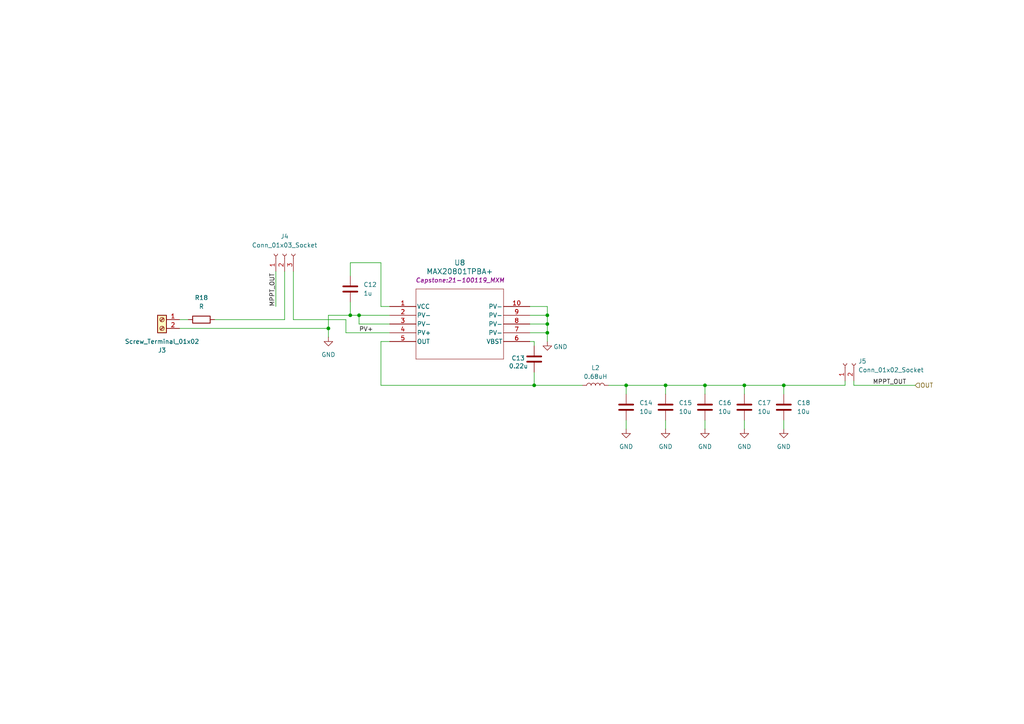
<source format=kicad_sch>
(kicad_sch (version 20231120) (generator "eeschema") (generator_version "8.0")
  (paper "A4")
  (title_block (date "2025-01-16") (company "University of Alberta") (comment 1 "Max Schatz") (comment 2 "Steven Sager") (comment 3 "Tejas Ravish") (comment 4 "Damien Huskic"))
  (lib_symbols
    (symbol "Capstone:MAX20801TPBA+" (pin_names (offset 0.254))
      (property "Reference" "U" (at 20.32 10.16 0))
      (property "Value" "MAX20801TPBA+" (at 20.32 7.62 0))
      (property "Footprint" "21-100119_MXM" (at 0 0 0))
      (symbol "MAX20801TPBA+_1_1"
        (polyline (pts (xy 7.62 -15.24) (xy 33.02 -15.24)) (stroke (width 0.127)))
        (polyline (pts (xy 7.62 5.08) (xy 7.62 -15.24)) (stroke (width 0.127)))
        (polyline (pts (xy 33.02 -15.24) (xy 33.02 5.08)) (stroke (width 0.127)))
        (polyline (pts (xy 33.02 5.08) (xy 7.62 5.08)) (stroke (width 0.127)))
        (pin power_in line (at 0 0 0) (length 7.62) (name "VCC") (number "1"))
        (pin input line (at 40.64 0 180) (length 7.62) (name "PV-") (number "10"))
        (pin input line (at 0 -2.54 0) (length 7.62) (name "PV-") (number "2"))
        (pin input line (at 0 -5.08 0) (length 7.62) (name "PV-") (number "3"))
        (pin input line (at 0 -7.62 0) (length 7.62) (name "PV+") (number "4"))
        (pin output line (at 0 -10.16 0) (length 7.62) (name "OUT") (number "5"))
        (pin power_in line (at 40.64 -10.16 180) (length 7.62) (name "VBST") (number "6"))
        (pin input line (at 40.64 -7.62 180) (length 7.62) (name "PV-") (number "7"))
        (pin input line (at 40.64 -5.08 180) (length 7.62) (name "PV-") (number "8"))
        (pin input line (at 40.64 -2.54 180) (length 7.62) (name "PV-") (number "9"))
      )
    )
    (symbol "Connector:Conn_01x02_Socket" (pin_names (offset 1.016) hide)
      (property "Reference" "J" (at 0 2.54 0))
      (property "Value" "Conn_01x02_Socket" (at 0 -5.08 0))
      (symbol "Conn_01x02_Socket_1_1"
        (arc (start 0 -2.032) (mid -0.5058 -2.54) (end 0 -3.048) (stroke (width 0.1524)))
        (polyline (pts (xy -1.27 -2.54) (xy -0.508 -2.54)) (stroke (width 0.1524)))
        (polyline (pts (xy -1.27 0) (xy -0.508 0)) (stroke (width 0.1524)))
        (arc (start 0 0.508) (mid -0.5058 0) (end 0 -0.508) (stroke (width 0.1524)))
        (pin passive line (at -5.08 0 0) (length 3.81) (name "Pin_1") (number "1"))
        (pin passive line (at -5.08 -2.54 0) (length 3.81) (name "Pin_2") (number "2"))
      )
    )
    (symbol "Connector:Conn_01x03_Socket" (pin_names (offset 1.016) hide)
      (property "Reference" "J" (at 0 5.08 0))
      (property "Value" "Conn_01x03_Socket" (at 0 -5.08 0))
      (symbol "Conn_01x03_Socket_1_1"
        (arc (start 0 -2.032) (mid -0.5058 -2.54) (end 0 -3.048) (stroke (width 0.1524)))
        (polyline (pts (xy -1.27 -2.54) (xy -0.508 -2.54)) (stroke (width 0.1524)))
        (polyline (pts (xy -1.27 0) (xy -0.508 0)) (stroke (width 0.1524)))
        (polyline (pts (xy -1.27 2.54) (xy -0.508 2.54)) (stroke (width 0.1524)))
        (arc (start 0 0.508) (mid -0.5058 0) (end 0 -0.508) (stroke (width 0.1524)))
        (arc (start 0 3.048) (mid -0.5058 2.54) (end 0 2.032) (stroke (width 0.1524)))
        (pin passive line (at -5.08 2.54 0) (length 3.81) (name "Pin_1") (number "1"))
        (pin passive line (at -5.08 0 0) (length 3.81) (name "Pin_2") (number "2"))
        (pin passive line (at -5.08 -2.54 0) (length 3.81) (name "Pin_3") (number "3"))
      )
    )
    (symbol "Connector:Screw_Terminal_01x02" (pin_names (offset 1.016) hide)
      (property "Reference" "J" (at 0 2.54 0))
      (property "Value" "Screw_Terminal_01x02" (at 0 -5.08 0))
      (symbol "Screw_Terminal_01x02_1_1"
        (rectangle (start -1.27 1.27) (end 1.27 -3.81) (stroke (width 0.254)) (fill (type background)))
        (circle (center 0 -2.54) (radius 0.635) (stroke (width 0.1524)))
        (polyline (pts (xy -0.5334 -2.2098) (xy 0.3302 -3.048)) (stroke (width 0.1524)))
        (polyline (pts (xy -0.5334 0.3302) (xy 0.3302 -0.508)) (stroke (width 0.1524)))
        (polyline (pts (xy -0.3556 -2.032) (xy 0.508 -2.8702)) (stroke (width 0.1524)))
        (polyline (pts (xy -0.3556 0.508) (xy 0.508 -0.3302)) (stroke (width 0.1524)))
        (circle (center 0 0) (radius 0.635) (stroke (width 0.1524)))
        (pin passive line (at -5.08 0 0) (length 3.81) (name "Pin_1") (number "1"))
        (pin passive line (at -5.08 -2.54 0) (length 3.81) (name "Pin_2") (number "2"))
      )
    )
    (symbol "Device:C" (pin_numbers hide) (pin_names (offset 0.254))
      (property "Reference" "C" (at 0.635 2.54 0))
      (property "Value" "C" (at 0.635 -2.54 0))
      (symbol "C_0_1"
        (polyline (pts (xy -2.032 -0.762) (xy 2.032 -0.762)) (stroke (width 0.508)))
        (polyline (pts (xy -2.032 0.762) (xy 2.032 0.762)) (stroke (width 0.508)))
      )
      (symbol "C_1_1"
        (pin passive line (at 0 3.81 270) (length 2.794) (name "~") (number "1"))
        (pin passive line (at 0 -3.81 90) (length 2.794) (name "~") (number "2"))
      )
    )
    (symbol "Device:L" (pin_numbers hide) (pin_names (offset 1.016) hide)
      (property "Reference" "L" (at -1.27 0 90))
      (property "Value" "L" (at 1.905 0 90))
      (symbol "L_0_1"
        (arc (start 0 -2.54) (mid 0.6323 -1.905) (end 0 -1.27))
        (arc (start 0 -1.27) (mid 0.6323 -0.635) (end 0 0))
        (arc (start 0 0) (mid 0.6323 0.635) (end 0 1.27))
        (arc (start 0 1.27) (mid 0.6323 1.905) (end 0 2.54))
      )
      (symbol "L_1_1"
        (pin passive line (at 0 3.81 270) (length 1.27) (name "1") (number "1"))
        (pin passive line (at 0 -3.81 90) (length 1.27) (name "2") (number "2"))
      )
    )
    (symbol "Device:R" (pin_numbers hide) (pin_names (offset 0))
      (property "Reference" "R" (at 2.032 0 90))
      (property "Value" "R" (at 0 0 90))
      (symbol "R_0_1"
        (rectangle (start -1.016 -2.54) (end 1.016 2.54) (stroke (width 0.254)))
      )
      (symbol "R_1_1"
        (pin passive line (at 0 3.81 270) (length 1.27) (name "~") (number "1"))
        (pin passive line (at 0 -3.81 90) (length 1.27) (name "~") (number "2"))
      )
    )
    (symbol "power:GND" (power) (pin_numbers hide) (pin_names (offset 0) hide)
      (property "Value" "GND" (at 0 -3.81 0))
      (symbol "GND_0_1"
        (polyline (pts (xy 0 0) (xy 0 -1.27) (xy 1.27 -1.27) (xy 0 -2.54) (xy -1.27 -1.27) (xy 0 -1.27)))
      )
      (symbol "GND_1_1"
        (pin power_in line (at 0 0 270) (length 0) (name "~") (number "1"))
      )
    )
  )
  (junction (at 158.75 96.52))
  (junction (at 193.04 111.76))
  (junction (at 101.6 91.44))
  (junction (at 215.9 111.76))
  (junction (at 95.25 95.25))
  (junction (at 154.94 111.76))
  (junction (at 104.14 91.44))
  (junction (at 158.75 91.44))
  (junction (at 204.47 111.76))
  (junction (at 158.75 93.98))
  (junction (at 227.33 111.76))
  (junction (at 181.61 111.76))
  (wire (pts (xy 153.67 88.9) (xy 158.75 88.9)))
  (wire (pts (xy 153.67 99.06) (xy 154.94 99.06)))
  (wire (pts (xy 215.9 111.76) (xy 215.9 114.3)))
  (wire (pts (xy 153.67 96.52) (xy 158.75 96.52)))
  (wire (pts (xy 158.75 88.9) (xy 158.75 91.44)))
  (wire (pts (xy 154.94 111.76) (xy 110.49 111.76)))
  (wire (pts (xy 100.33 96.52) (xy 100.33 92.71)))
  (wire (pts (xy 104.14 91.44) (xy 113.03 91.44)))
  (wire (pts (xy 104.14 91.44) (xy 104.14 93.98)))
  (wire (pts (xy 215.9 121.92) (xy 215.9 124.46)))
  (wire (pts (xy 52.07 95.25) (xy 95.25 95.25)))
  (wire (pts (xy 101.6 76.2) (xy 110.49 76.2)))
  (wire (pts (xy 158.75 91.44) (xy 158.75 93.98)))
  (wire (pts (xy 85.09 78.74) (xy 85.09 92.71)))
  (wire (pts (xy 176.53 111.76) (xy 181.61 111.76)))
  (wire (pts (xy 181.61 121.92) (xy 181.61 124.46)))
  (wire (pts (xy 101.6 80.01) (xy 101.6 76.2)))
  (wire (pts (xy 110.49 76.2) (xy 110.49 88.9)))
  (wire (pts (xy 158.75 93.98) (xy 158.75 96.52)))
  (wire (pts (xy 227.33 121.92) (xy 227.33 124.46)))
  (wire (pts (xy 100.33 92.71) (xy 85.09 92.71)))
  (wire (pts (xy 204.47 121.92) (xy 204.47 124.46)))
  (wire (pts (xy 215.9 111.76) (xy 227.33 111.76)))
  (wire (pts (xy 245.11 111.76) (xy 227.33 111.76)))
  (wire (pts (xy 154.94 111.76) (xy 168.91 111.76)))
  (wire (pts (xy 95.25 95.25) (xy 95.25 97.79)))
  (wire (pts (xy 181.61 111.76) (xy 193.04 111.76)))
  (wire (pts (xy 153.67 91.44) (xy 158.75 91.44)))
  (wire (pts (xy 110.49 99.06) (xy 113.03 99.06)))
  (wire (pts (xy 181.61 111.76) (xy 181.61 114.3)))
  (wire (pts (xy 62.23 92.71) (xy 82.55 92.71)))
  (wire (pts (xy 247.65 110.49) (xy 247.65 111.76)))
  (wire (pts (xy 113.03 93.98) (xy 104.14 93.98)))
  (wire (pts (xy 82.55 78.74) (xy 82.55 92.71)))
  (wire (pts (xy 110.49 88.9) (xy 113.03 88.9)))
  (wire (pts (xy 227.33 111.76) (xy 227.33 114.3)))
  (wire (pts (xy 247.65 111.76) (xy 265.43 111.76)))
  (wire (pts (xy 154.94 99.06) (xy 154.94 100.33)))
  (wire (pts (xy 95.25 91.44) (xy 95.25 95.25)))
  (wire (pts (xy 158.75 96.52) (xy 158.75 99.06)))
  (wire (pts (xy 193.04 111.76) (xy 204.47 111.76)))
  (wire (pts (xy 204.47 111.76) (xy 204.47 114.3)))
  (wire (pts (xy 204.47 111.76) (xy 215.9 111.76)))
  (wire (pts (xy 101.6 87.63) (xy 101.6 91.44)))
  (wire (pts (xy 101.6 91.44) (xy 95.25 91.44)))
  (wire (pts (xy 100.33 96.52) (xy 113.03 96.52)))
  (wire (pts (xy 110.49 111.76) (xy 110.49 99.06)))
  (wire (pts (xy 193.04 111.76) (xy 193.04 114.3)))
  (wire (pts (xy 154.94 107.95) (xy 154.94 111.76)))
  (wire (pts (xy 193.04 121.92) (xy 193.04 124.46)))
  (wire (pts (xy 54.61 92.71) (xy 52.07 92.71)))
  (wire (pts (xy 153.67 93.98) (xy 158.75 93.98)))
  (wire (pts (xy 80.01 78.74) (xy 80.01 88.9)))
  (wire (pts (xy 245.11 110.49) (xy 245.11 111.76)))
  (wire (pts (xy 104.14 91.44) (xy 101.6 91.44)))
  (label "PV+" (at 104.14 96.52 0))
  (label "MPPT_OUT" (at 80.01 88.9 90))
  (label "MPPT_OUT" (at 262.89 111.76 180))
  (hierarchical_label "OUT" (shape input) (at 265.43 111.76 0))
  (symbol (lib_id "Device:C") (at 215.9 118.11 0) (unit 1)
    (property "Reference" "C17" (at 219.71 116.8399 0) (effects (justify left)))
    (property "Value" "10u" (at 219.71 119.3799 0) (effects (justify left)))
    (property "Footprint" "Capacitor_SMD:C_1206_3216Metric_Pad1.33x1.80mm_HandSolder" (effects (hide yes)))
    (property "Description" "Unpolarized capacitor" (effects (hide yes)))
  )
  (symbol (lib_id "Device:C") (at 101.6 83.82 0) (unit 1)
    (property "Reference" "C12" (at 105.41 82.5499 0) (effects (justify left)))
    (property "Value" "1u" (at 105.41 85.0899 0) (effects (justify left)))
    (property "Footprint" "Capacitor_SMD:C_1206_3216Metric_Pad1.33x1.80mm_HandSolder" (effects (hide yes)))
    (property "Description" "Unpolarized capacitor" (effects (hide yes)))
  )
  (symbol (lib_id "Device:R") (at 58.42 92.71 90) (unit 1)
    (property "Reference" "R18" (at 58.42 86.36 90))
    (property "Value" "R" (at 58.42 88.9 90))
    (property "Footprint" "Resistor_THT:R_Axial_DIN0309_L9.0mm_D3.2mm_P15.24mm_Horizontal" (effects (hide yes)))
    (property "Description" "Resistor" (effects (hide yes)))
  )
  (symbol (lib_id "power:GND") (at 227.33 124.46 0) (unit 1)
    (property "Reference" "#PWR035" (effects (hide yes)))
    (property "Value" "GND" (at 227.33 129.54 0))
    (property "Description" "Power symbol creates a global label with name \"GND\" , ground" (effects (hide yes)))
  )
  (symbol (lib_id "Device:C") (at 204.47 118.11 0) (unit 1)
    (property "Reference" "C16" (at 208.28 116.8399 0) (effects (justify left)))
    (property "Value" "10u" (at 208.28 119.3799 0) (effects (justify left)))
    (property "Footprint" "Capacitor_SMD:C_1206_3216Metric_Pad1.33x1.80mm_HandSolder" (effects (hide yes)))
    (property "Description" "Unpolarized capacitor" (effects (hide yes)))
  )
  (symbol (lib_id "Connector:Conn_01x03_Socket") (at 82.55 73.66 90) (unit 1)
    (property "Reference" "J4" (at 82.55 68.58 90))
    (property "Value" "Conn_01x03_Socket" (at 82.55 71.12 90))
    (property "Footprint" "Connector_PinHeader_2.54mm:PinHeader_1x03_P2.54mm_Vertical" (effects (hide yes)))
    (property "Description" "Generic connector, single row, 01x03, script generated" (effects (hide yes)))
  )
  (symbol (lib_id "Device:C") (at 227.33 118.11 0) (unit 1)
    (property "Reference" "C18" (at 231.14 116.8399 0) (effects (justify left)))
    (property "Value" "10u" (at 231.14 119.3799 0) (effects (justify left)))
    (property "Footprint" "Capacitor_SMD:C_1206_3216Metric_Pad1.33x1.80mm_HandSolder" (effects (hide yes)))
    (property "Description" "Unpolarized capacitor" (effects (hide yes)))
  )
  (symbol (lib_id "Device:C") (at 154.94 104.14 0) (unit 1)
    (property "Reference" "C13" (at 148.336 103.886 0) (effects (justify left)))
    (property "Value" "0.22u" (at 147.574 106.172 0) (effects (justify left)))
    (property "Footprint" "Capacitor_SMD:C_1206_3216Metric_Pad1.33x1.80mm_HandSolder" (effects (hide yes)))
    (property "Description" "Unpolarized capacitor" (effects (hide yes)))
  )
  (symbol (lib_id "power:GND") (at 158.75 99.06 0) (unit 1)
    (property "Reference" "#PWR030" (effects (hide yes)))
    (property "Value" "GND" (at 162.56 100.584 0))
    (property "Description" "Power symbol creates a global label with name \"GND\" , ground" (effects (hide yes)))
  )
  (symbol (lib_id "power:GND") (at 181.61 124.46 0) (unit 1)
    (property "Reference" "#PWR031" (effects (hide yes)))
    (property "Value" "GND" (at 181.61 129.54 0))
    (property "Description" "Power symbol creates a global label with name \"GND\" , ground" (effects (hide yes)))
  )
  (symbol (lib_id "Connector:Screw_Terminal_01x02") (at 46.99 92.71 0) (mirror y) (unit 1)
    (property "Reference" "J3" (at 46.99 101.6 0))
    (property "Value" "Screw_Terminal_01x02" (at 46.99 99.06 0))
    (property "Footprint" "TerminalBlock:TerminalBlock_Altech_AK300-2_P5.00mm" (effects (hide yes)))
    (property "Description" "Generic screw terminal, single row, 01x02, script generated (kicad-library-utils/schlib/autogen/connector/)" (effects (hide yes)))
  )
  (symbol (lib_id "Capstone:MAX20801TPBA+") (at 113.03 88.9 0) (unit 1)
    (property "Reference" "U8" (at 133.35 76.2 0) (effects (font (size 1.524 1.524))))
    (property "Value" "MAX20801TPBA+" (at 133.35 78.74 0) (effects (font (size 1.524 1.524))))
    (property "Footprint" "Capstone:21-100119_MXM" (at 133.35 81.28 0) (effects (font (italic yes))))
    (property "Datasheet" "MAX20801TPBA+" (effects (hide yes)))
  )
  (symbol (lib_id "power:GND") (at 204.47 124.46 0) (unit 1)
    (property "Reference" "#PWR033" (effects (hide yes)))
    (property "Value" "GND" (at 204.47 129.54 0))
    (property "Description" "Power symbol creates a global label with name \"GND\" , ground" (effects (hide yes)))
  )
  (symbol (lib_id "power:GND") (at 215.9 124.46 0) (unit 1)
    (property "Reference" "#PWR034" (effects (hide yes)))
    (property "Value" "GND" (at 215.9 129.54 0))
    (property "Description" "Power symbol creates a global label with name \"GND\" , ground" (effects (hide yes)))
  )
  (symbol (lib_id "Device:L") (at 172.72 111.76 90) (unit 1)
    (property "Reference" "L2" (at 172.72 106.68 90))
    (property "Value" "0.68uH" (at 172.72 109.22 90))
    (property "Footprint" "Capstone:IND_RR68M8A_VIS" (effects (hide yes)))
    (property "Description" "IHLP2525CZERR68M8A" (effects (hide yes)))
  )
  (symbol (lib_id "Device:C") (at 193.04 118.11 0) (unit 1)
    (property "Reference" "C15" (at 196.85 116.8399 0) (effects (justify left)))
    (property "Value" "10u" (at 196.85 119.3799 0) (effects (justify left)))
    (property "Footprint" "Capacitor_SMD:C_1206_3216Metric_Pad1.33x1.80mm_HandSolder" (effects (hide yes)))
    (property "Description" "Unpolarized capacitor" (effects (hide yes)))
  )
  (symbol (lib_id "power:GND") (at 95.25 97.79 0) (unit 1)
    (property "Reference" "#PWR029" (effects (hide yes)))
    (property "Value" "GND" (at 95.25 102.87 0))
    (property "Description" "Power symbol creates a global label with name \"GND\" , ground" (effects (hide yes)))
  )
  (symbol (lib_id "power:GND") (at 193.04 124.46 0) (unit 1)
    (property "Reference" "#PWR032" (effects (hide yes)))
    (property "Value" "GND" (at 193.04 129.54 0))
    (property "Description" "Power symbol creates a global label with name \"GND\" , ground" (effects (hide yes)))
  )
  (symbol (lib_id "Connector:Conn_01x02_Socket") (at 245.11 105.41 90) (unit 1)
    (property "Reference" "J5" (at 248.92 104.7749 90) (effects (justify right)))
    (property "Value" "Conn_01x02_Socket" (at 248.92 107.3149 90) (effects (justify right)))
    (property "Footprint" "Connector_PinHeader_2.54mm:PinHeader_1x02_P2.54mm_Vertical" (effects (hide yes)))
    (property "Description" "Generic connector, single row, 01x02, script generated" (effects (hide yes)))
  )
  (symbol (lib_id "Device:C") (at 181.61 118.11 0) (unit 1)
    (property "Reference" "C14" (at 185.42 116.8399 0) (effects (justify left)))
    (property "Value" "10u" (at 185.42 119.3799 0) (effects (justify left)))
    (property "Footprint" "Capacitor_SMD:C_1206_3216Metric_Pad1.33x1.80mm_HandSolder" (effects (hide yes)))
    (property "Description" "Unpolarized capacitor" (effects (hide yes)))
  )
)
</source>
